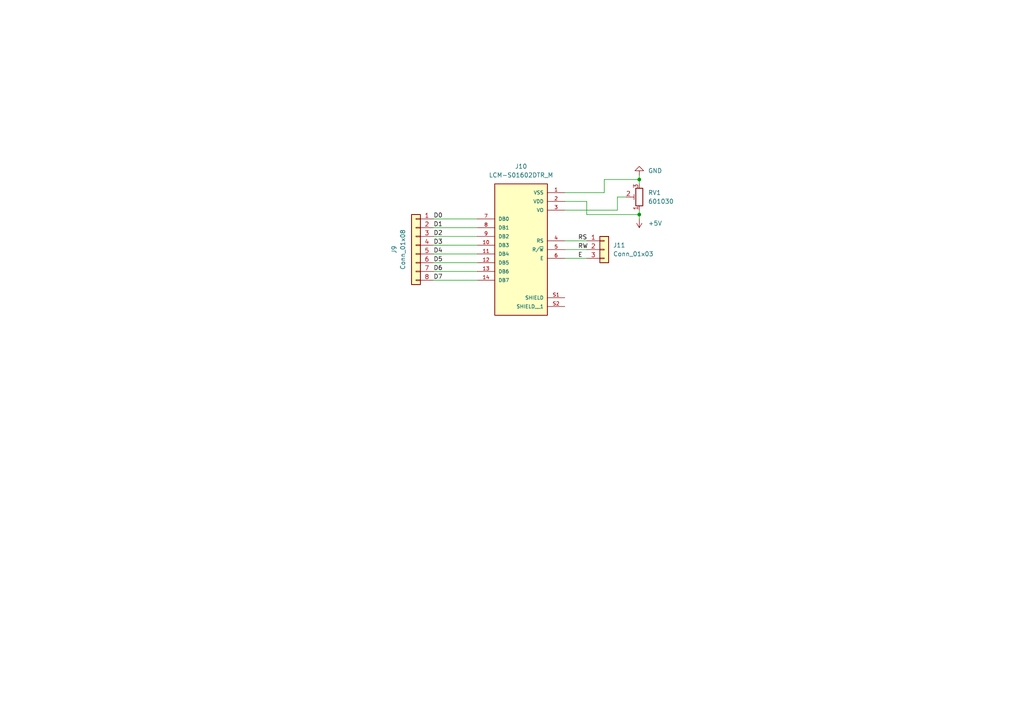
<source format=kicad_sch>
(kicad_sch (version 20250114) (generator "eeschema") (generator_version "9.0")
  (paper "A4")
  (lib_symbols
    (symbol "Connector_Generic:Conn_01x03" (pin_names (offset 1.016) (hide yes))
      (property "Reference" "J" (at 0 5.08 0))
      (property "Value" "Conn_01x03" (at 0 -5.08 0))
      (symbol "Conn_01x03_1_1"
        (rectangle (start -1.27 3.81) (end 1.27 -3.81) (stroke (width 0.254)) (fill (type background)))
        (rectangle (start -1.27 2.667) (end 0 2.413) (stroke (width 0.1524)))
        (rectangle (start -1.27 0.127) (end 0 -0.127) (stroke (width 0.1524)))
        (rectangle (start -1.27 -2.413) (end 0 -2.667) (stroke (width 0.1524)))
        (pin passive line (at -5.08 2.54 0) (length 3.81) (name "Pin_1") (number "1"))
        (pin passive line (at -5.08 0 0) (length 3.81) (name "Pin_2") (number "2"))
        (pin passive line (at -5.08 -2.54 0) (length 3.81) (name "Pin_3") (number "3"))
      )
    )
    (symbol "Connector_Generic:Conn_01x08" (pin_names (offset 1.016) (hide yes))
      (property "Reference" "J" (at 0 10.16 0))
      (property "Value" "Conn_01x08" (at 0 -12.7 0))
      (symbol "Conn_01x08_1_1"
        (rectangle (start -1.27 8.89) (end 1.27 -11.43) (stroke (width 0.254)) (fill (type background)))
        (rectangle (start -1.27 7.747) (end 0 7.493) (stroke (width 0.1524)))
        (rectangle (start -1.27 5.207) (end 0 4.953) (stroke (width 0.1524)))
        (rectangle (start -1.27 2.667) (end 0 2.413) (stroke (width 0.1524)))
        (rectangle (start -1.27 0.127) (end 0 -0.127) (stroke (width 0.1524)))
        (rectangle (start -1.27 -2.413) (end 0 -2.667) (stroke (width 0.1524)))
        (rectangle (start -1.27 -4.953) (end 0 -5.207) (stroke (width 0.1524)))
        (rectangle (start -1.27 -7.493) (end 0 -7.747) (stroke (width 0.1524)))
        (rectangle (start -1.27 -10.033) (end 0 -10.287) (stroke (width 0.1524)))
        (pin passive line (at -5.08 7.62 0) (length 3.81) (name "Pin_1") (number "1"))
        (pin passive line (at -5.08 5.08 0) (length 3.81) (name "Pin_2") (number "2"))
        (pin passive line (at -5.08 2.54 0) (length 3.81) (name "Pin_3") (number "3"))
        (pin passive line (at -5.08 0 0) (length 3.81) (name "Pin_4") (number "4"))
        (pin passive line (at -5.08 -2.54 0) (length 3.81) (name "Pin_5") (number "5"))
        (pin passive line (at -5.08 -5.08 0) (length 3.81) (name "Pin_6") (number "6"))
        (pin passive line (at -5.08 -7.62 0) (length 3.81) (name "Pin_7") (number "7"))
        (pin passive line (at -5.08 -10.16 0) (length 3.81) (name "Pin_8") (number "8"))
      )
    )
    (symbol "Device:R_Potentiometer_Trim" (pin_names (offset 1.016) (hide yes))
      (property "Reference" "RV" (at -4.445 0 90))
      (property "Value" "R_Potentiometer_Trim" (at -2.54 0 90))
      (symbol "R_Potentiometer_Trim_0_1"
        (rectangle (start 1.016 2.54) (end -1.016 -2.54) (stroke (width 0.254)))
        (polyline (pts (xy 1.524 0.762) (xy 1.524 -0.762)))
        (polyline (pts (xy 2.54 0) (xy 1.524 0)))
      )
      (symbol "R_Potentiometer_Trim_1_1"
        (pin passive line (at 0 3.81 270) (length 1.27) (name "1") (number "1"))
        (pin passive line (at 0 -3.81 90) (length 1.27) (name "3") (number "3"))
        (pin passive line (at 3.81 0 180) (length 1.27) (name "2") (number "2"))
      )
    )
    (symbol "LCM-S01602DTR_M:LCM-S01602DTR_M" (pin_names (offset 1.016))
      (property "Reference" "J10" (at 0 22.86 0))
      (property "Value" "LCM-S01602DTR_M" (at 0 20.32 0))
      (symbol "LCM-S01602DTR_M_0_0"
        (rectangle (start -7.62 -20.32) (end 7.62 17.78) (stroke (width 0.254)) (fill (type background)))
        (pin bidirectional line (at -12.7 7.62 0) (length 5.08) (name "DB0") (number "7"))
        (pin bidirectional line (at -12.7 5.08 0) (length 5.08) (name "DB1") (number "8"))
        (pin bidirectional line (at -12.7 2.54 0) (length 5.08) (name "DB2") (number "9"))
        (pin bidirectional line (at -12.7 0 0) (length 5.08) (name "DB3") (number "10"))
        (pin bidirectional line (at -12.7 -2.54 0) (length 5.08) (name "DB4") (number "11"))
        (pin bidirectional line (at -12.7 -5.08 0) (length 5.08) (name "DB5") (number "12"))
        (pin bidirectional line (at -12.7 -7.62 0) (length 5.08) (name "DB6") (number "13"))
        (pin bidirectional line (at -12.7 -10.16 0) (length 5.08) (name "DB7") (number "14"))
        (pin power_in line (at 12.7 15.24 180) (length 5.08) (name "VSS") (number "1"))
        (pin power_in line (at 12.7 12.7 180) (length 5.08) (name "VDD") (number "2"))
        (pin passive line (at 12.7 10.16 180) (length 5.08) (name "VO") (number "3"))
        (pin input line (at 12.7 1.27 180) (length 5.08) (name "RS") (number "4"))
        (pin input line (at 12.7 -1.27 180) (length 5.08) (name "R/~{W}") (number "5"))
        (pin input line (at 12.7 -3.81 180) (length 5.08) (name "E") (number "6"))
        (pin passive line (at 12.7 -15.24 180) (length 5.08) (name "SHIELD") (number "S1"))
        (pin passive line (at 12.7 -17.78 180) (length 5.08) (name "SHIELD__1") (number "S2"))
      )
    )
    (symbol "power:+5V" (power) (pin_numbers (hide yes)) (pin_names (offset 0) (hide yes))
      (property "Value" "+5V" (at 0 3.556 0))
      (symbol "+5V_0_1"
        (polyline (pts (xy -0.762 1.27) (xy 0 2.54)))
        (polyline (pts (xy 0 2.54) (xy 0.762 1.27)))
        (polyline (pts (xy 0 0) (xy 0 2.54)))
      )
      (symbol "+5V_1_1"
        (pin power_in line (at 0 0 90) (length 0) (name "~") (number "1"))
      )
    )
    (symbol "power:GND" (power) (pin_numbers (hide yes)) (pin_names (offset 0) (hide yes))
      (property "Value" "GND" (at 0 -3.81 0))
      (symbol "GND_0_1"
        (polyline (pts (xy 0 0) (xy 0 -1.27) (xy 1.27 -1.27) (xy 0 -2.54) (xy -1.27 -1.27) (xy 0 -1.27)))
      )
      (symbol "GND_1_1"
        (pin power_in line (at 0 0 270) (length 0) (name "~") (number "1"))
      )
    )
  )
  (junction (at 185.42 62.23))
  (junction (at 185.42 52.07))
  (wire (pts (xy 170.18 58.42) (xy 170.18 62.23)))
  (wire (pts (xy 125.73 76.2) (xy 138.43 76.2)))
  (wire (pts (xy 185.42 50.8) (xy 185.42 52.07)))
  (wire (pts (xy 175.26 52.07) (xy 185.42 52.07)))
  (wire (pts (xy 179.07 60.96) (xy 179.07 57.15)))
  (wire (pts (xy 163.83 72.39) (xy 170.18 72.39)))
  (wire (pts (xy 185.42 62.23) (xy 185.42 63.5)))
  (wire (pts (xy 125.73 78.74) (xy 138.43 78.74)))
  (wire (pts (xy 163.83 58.42) (xy 170.18 58.42)))
  (wire (pts (xy 125.73 63.5) (xy 138.43 63.5)))
  (wire (pts (xy 163.83 74.93) (xy 170.18 74.93)))
  (wire (pts (xy 163.83 69.85) (xy 170.18 69.85)))
  (wire (pts (xy 125.73 73.66) (xy 138.43 73.66)))
  (wire (pts (xy 125.73 68.58) (xy 138.43 68.58)))
  (wire (pts (xy 163.83 55.88) (xy 175.26 55.88)))
  (wire (pts (xy 163.83 60.96) (xy 179.07 60.96)))
  (wire (pts (xy 185.42 52.07) (xy 185.42 53.34)))
  (wire (pts (xy 170.18 62.23) (xy 185.42 62.23)))
  (wire (pts (xy 179.07 57.15) (xy 181.61 57.15)))
  (wire (pts (xy 125.73 81.28) (xy 138.43 81.28)))
  (wire (pts (xy 125.73 71.12) (xy 138.43 71.12)))
  (wire (pts (xy 185.42 60.96) (xy 185.42 62.23)))
  (wire (pts (xy 125.73 66.04) (xy 138.43 66.04)))
  (wire (pts (xy 175.26 55.88) (xy 175.26 52.07)))
  (label "D0" (at 125.73 63.5 0))
  (label "D2" (at 125.73 68.58 0))
  (label "RW" (at 167.64 72.39 0))
  (label "D6" (at 125.73 78.74 0))
  (label "E" (at 167.64 74.93 0))
  (label "D5" (at 125.73 76.2 0))
  (label "D1" (at 125.73 66.04 0))
  (label "RS" (at 167.64 69.85 0))
  (label "D4" (at 125.73 73.66 0))
  (label "D3" (at 125.73 71.12 0))
  (label "D7" (at 125.73 81.28 0))
  (symbol (lib_id "power:+5V") (at 185.42 63.5 180) (unit 1)
    (property "Reference" "#PWR014" (effects (hide yes)))
    (property "Value" "+5V" (at 187.96 64.7699 0) (effects (justify right)))
    (property "Description" "Power symbol creates a global label with name \"+5V\"" (effects (hide yes)))
  )
  (symbol (lib_id "Connector_Generic:Conn_01x03") (at 175.26 72.39 0) (unit 1)
    (property "Reference" "J11" (at 177.8 71.1199 0) (effects (justify left)))
    (property "Value" "Conn_01x03" (at 177.8 73.6599 0) (effects (justify left)))
    (property "Description" "Generic connector, single row, 01x03, script generated (kicad-library-utils/schlib/autogen/connector/)" (effects (hide yes)))
  )
  (symbol (lib_id "Connector_Generic:Conn_01x08") (at 120.65 71.12 0) (mirror y) (unit 1)
    (property "Reference" "J9" (at 114.3 72.39 90))
    (property "Value" "Conn_01x08" (at 116.84 72.39 90))
    (property "Description" "Generic connector, single row, 01x08, script generated (kicad-library-utils/schlib/autogen/connector/)" (effects (hide yes)))
  )
  (symbol (lib_id "power:GND") (at 185.42 50.8 180) (unit 1)
    (property "Reference" "#PWR015" (effects (hide yes)))
    (property "Value" "GND" (at 187.96 49.5299 0) (effects (justify right)))
    (property "Description" "Power symbol creates a global label with name \"GND\" , ground" (effects (hide yes)))
  )
  (symbol (lib_id "LCM-S01602DTR_M:LCM-S01602DTR_M") (at 151.13 71.12 0) (unit 1)
    (property "Reference" "J10" (at 151.13 48.26 0))
    (property "Value" "LCM-S01602DTR_M" (at 151.13 50.8 0))
    (property "Footprint" "LCM-S01602DTR_M:LCD_LCM-S01602DTR_M" (effects (hide yes)))
    (property "PARTREV" "9/11/02" (effects (hide yes)))
    (property "STANDARD" "Manufacturer Recommendations" (effects (hide yes)))
    (property "MAXIMUM_PACKAGE_HEIGHT" "7.00mm" (effects (hide yes)))
    (property "MANUFACTURER" "LUMEX" (effects (hide yes)))
  )
  (symbol (lib_id "Device:R_Potentiometer_Trim") (at 185.42 57.15 180) (unit 1)
    (property "Reference" "RV1" (at 187.96 55.8799 0) (effects (justify right)))
    (property "Value" "601030" (at 187.96 58.4199 0) (effects (justify right)))
    (property "Description" "Trim-potentiometer" (effects (hide yes)))
  )
)
</source>
